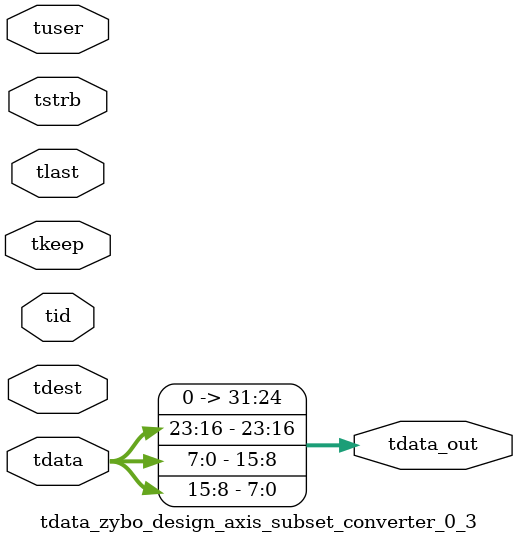
<source format=v>


`timescale 1ps/1ps

module tdata_zybo_design_axis_subset_converter_0_3 #
(
parameter C_S_AXIS_TDATA_WIDTH = 32,
parameter C_S_AXIS_TUSER_WIDTH = 0,
parameter C_S_AXIS_TID_WIDTH   = 0,
parameter C_S_AXIS_TDEST_WIDTH = 0,
parameter C_M_AXIS_TDATA_WIDTH = 32
)
(
input  [(C_S_AXIS_TDATA_WIDTH == 0 ? 1 : C_S_AXIS_TDATA_WIDTH)-1:0     ] tdata,
input  [(C_S_AXIS_TUSER_WIDTH == 0 ? 1 : C_S_AXIS_TUSER_WIDTH)-1:0     ] tuser,
input  [(C_S_AXIS_TID_WIDTH   == 0 ? 1 : C_S_AXIS_TID_WIDTH)-1:0       ] tid,
input  [(C_S_AXIS_TDEST_WIDTH == 0 ? 1 : C_S_AXIS_TDEST_WIDTH)-1:0     ] tdest,
input  [(C_S_AXIS_TDATA_WIDTH/8)-1:0 ] tkeep,
input  [(C_S_AXIS_TDATA_WIDTH/8)-1:0 ] tstrb,
input                                                                    tlast,
output [C_M_AXIS_TDATA_WIDTH-1:0] tdata_out
);

assign tdata_out = {tdata[23:16],tdata[7:0],tdata[15:8]};

endmodule


</source>
